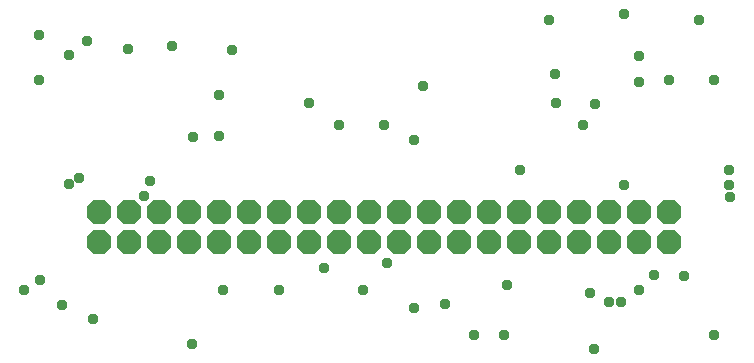
<source format=gbr>
G04 EAGLE Gerber RS-274X export*
G75*
%MOMM*%
%FSLAX34Y34*%
%LPD*%
%INSoldermask Bottom*%
%IPPOS*%
%AMOC8*
5,1,8,0,0,1.08239X$1,22.5*%
G01*
%ADD10P,2.281895X8X202.500000*%
%ADD11C,0.959600*%


D10*
X584200Y117300D03*
X584200Y142700D03*
X558800Y117300D03*
X558800Y142700D03*
X533400Y117300D03*
X533400Y142700D03*
X508000Y117300D03*
X508000Y142700D03*
X482600Y117300D03*
X482600Y142700D03*
X457200Y117300D03*
X457200Y142700D03*
X431800Y117300D03*
X431800Y142700D03*
X406400Y117300D03*
X406400Y142700D03*
X381000Y117300D03*
X381000Y142700D03*
X355600Y117300D03*
X355600Y142700D03*
X330200Y117300D03*
X330200Y142700D03*
X304800Y117300D03*
X304800Y142700D03*
X279400Y117300D03*
X279400Y142700D03*
X254000Y117300D03*
X254000Y142700D03*
X228600Y117300D03*
X228600Y142700D03*
X203200Y117300D03*
X203200Y142700D03*
X177800Y117300D03*
X177800Y142700D03*
X152400Y117300D03*
X152400Y142700D03*
X127000Y117300D03*
X127000Y142700D03*
X101600Y117300D03*
X101600Y142700D03*
D11*
X546100Y165100D03*
X635000Y177800D03*
X368300Y203200D03*
X622300Y38100D03*
X558800Y76200D03*
X50800Y254000D03*
X181610Y205740D03*
X419100Y38100D03*
X254000Y76200D03*
X207010Y76200D03*
X38100Y76200D03*
X163830Y283210D03*
X304800Y215900D03*
X488950Y234950D03*
X584200Y254000D03*
X609600Y304800D03*
X482600Y304800D03*
X180340Y30480D03*
X394970Y64770D03*
X622300Y254000D03*
X214630Y279400D03*
X85090Y171450D03*
X144780Y168910D03*
X636270Y154940D03*
X345440Y99060D03*
X325120Y76200D03*
X203200Y241300D03*
X203200Y207010D03*
X279400Y234950D03*
X487680Y259560D03*
X521848Y233802D03*
X342900Y215900D03*
X511810Y215900D03*
X533400Y66040D03*
X458470Y177800D03*
X76200Y166370D03*
X571500Y88900D03*
X96520Y52070D03*
X70330Y63500D03*
X520700Y26670D03*
X558800Y252730D03*
X51590Y85090D03*
X543560Y66040D03*
X444500Y38100D03*
X447587Y80490D03*
X375920Y248920D03*
X546100Y309880D03*
X558800Y274320D03*
X292100Y95250D03*
X368300Y60960D03*
X91440Y287020D03*
X126688Y280670D03*
X635000Y165100D03*
X597080Y88143D03*
X50800Y292100D03*
X76200Y275590D03*
X517550Y73660D03*
X139700Y156210D03*
M02*

</source>
